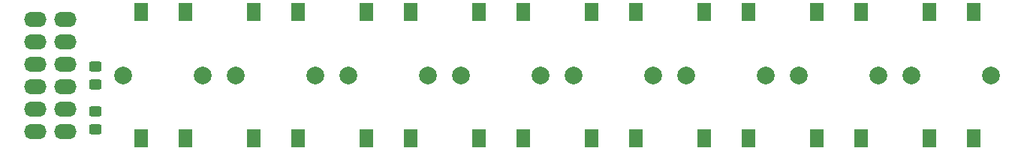
<source format=gts>
G04 #@! TF.GenerationSoftware,KiCad,Pcbnew,6.0.8-f2edbf62ab~116~ubuntu22.04.1*
G04 #@! TF.CreationDate,2022-11-21T14:05:37-08:00*
G04 #@! TF.ProjectId,pmod-button,706d6f64-2d62-4757-9474-6f6e2e6b6963,rev?*
G04 #@! TF.SameCoordinates,Original*
G04 #@! TF.FileFunction,Soldermask,Top*
G04 #@! TF.FilePolarity,Negative*
%FSLAX46Y46*%
G04 Gerber Fmt 4.6, Leading zero omitted, Abs format (unit mm)*
G04 Created by KiCad (PCBNEW 6.0.8-f2edbf62ab~116~ubuntu22.04.1) date 2022-11-21 14:05:37*
%MOMM*%
%LPD*%
G01*
G04 APERTURE LIST*
G04 Aperture macros list*
%AMRoundRect*
0 Rectangle with rounded corners*
0 $1 Rounding radius*
0 $2 $3 $4 $5 $6 $7 $8 $9 X,Y pos of 4 corners*
0 Add a 4 corners polygon primitive as box body*
4,1,4,$2,$3,$4,$5,$6,$7,$8,$9,$2,$3,0*
0 Add four circle primitives for the rounded corners*
1,1,$1+$1,$2,$3*
1,1,$1+$1,$4,$5*
1,1,$1+$1,$6,$7*
1,1,$1+$1,$8,$9*
0 Add four rect primitives between the rounded corners*
20,1,$1+$1,$2,$3,$4,$5,0*
20,1,$1+$1,$4,$5,$6,$7,0*
20,1,$1+$1,$6,$7,$8,$9,0*
20,1,$1+$1,$8,$9,$2,$3,0*%
G04 Aperture macros list end*
%ADD10RoundRect,0.250000X-0.450000X0.325000X-0.450000X-0.325000X0.450000X-0.325000X0.450000X0.325000X0*%
%ADD11C,2.000000*%
%ADD12R,1.500000X2.000000*%
%ADD13RoundRect,0.250000X0.450000X-0.325000X0.450000X0.325000X-0.450000X0.325000X-0.450000X-0.325000X0*%
%ADD14O,2.540000X1.700000*%
G04 APERTURE END LIST*
D10*
G04 #@! TO.C,D1*
X99060000Y-125975000D03*
X99060000Y-128025000D03*
G04 #@! TD*
D11*
G04 #@! TO.C,SW6*
X127580000Y-127000000D03*
X136580000Y-127000000D03*
D12*
X134580000Y-119850000D03*
X134580000Y-134150000D03*
X129580000Y-119850000D03*
X129580000Y-134150000D03*
G04 #@! TD*
D11*
G04 #@! TO.C,SW5*
X149280000Y-127000000D03*
X140280000Y-127000000D03*
D12*
X147280000Y-119850000D03*
X147280000Y-134150000D03*
X142280000Y-119850000D03*
X142280000Y-134150000D03*
G04 #@! TD*
D11*
G04 #@! TO.C,SW1*
X191080000Y-127000000D03*
X200080000Y-127000000D03*
D12*
X198080000Y-134150000D03*
X198080000Y-119850000D03*
X193080000Y-119850000D03*
X193080000Y-134150000D03*
G04 #@! TD*
D11*
G04 #@! TO.C,SW4*
X152980000Y-127000000D03*
X161980000Y-127000000D03*
D12*
X159980000Y-119850000D03*
X159980000Y-134150000D03*
X154980000Y-119850000D03*
X154980000Y-134150000D03*
G04 #@! TD*
D11*
G04 #@! TO.C,SW7*
X114880000Y-127000000D03*
X123880000Y-127000000D03*
D12*
X121880000Y-119850000D03*
X121880000Y-134150000D03*
X116880000Y-119850000D03*
X116880000Y-134150000D03*
G04 #@! TD*
D11*
G04 #@! TO.C,SW2*
X187380000Y-127000000D03*
X178380000Y-127000000D03*
D12*
X185380000Y-134150000D03*
X185380000Y-119850000D03*
X180380000Y-119850000D03*
X180380000Y-134150000D03*
G04 #@! TD*
D11*
G04 #@! TO.C,SW3*
X165680000Y-127000000D03*
X174680000Y-127000000D03*
D12*
X172680000Y-134150000D03*
X172680000Y-119850000D03*
X167680000Y-119850000D03*
X167680000Y-134150000D03*
G04 #@! TD*
D11*
G04 #@! TO.C,SW8*
X102180000Y-127000000D03*
X111180000Y-127000000D03*
D12*
X109180000Y-134150000D03*
X109180000Y-119850000D03*
X104180000Y-134150000D03*
X104180000Y-119850000D03*
G04 #@! TD*
D13*
G04 #@! TO.C,R9*
X99060000Y-133105000D03*
X99060000Y-131055000D03*
G04 #@! TD*
D14*
G04 #@! TO.C,J1*
X95650000Y-120650000D03*
X95650000Y-123190000D03*
X95650000Y-125730000D03*
X95650000Y-128270000D03*
X95650000Y-130810000D03*
X95650000Y-133350000D03*
X92310000Y-120650000D03*
X92310000Y-123190000D03*
X92310000Y-125730000D03*
X92310000Y-128270000D03*
X92310000Y-130810000D03*
X92310000Y-133350000D03*
G04 #@! TD*
M02*

</source>
